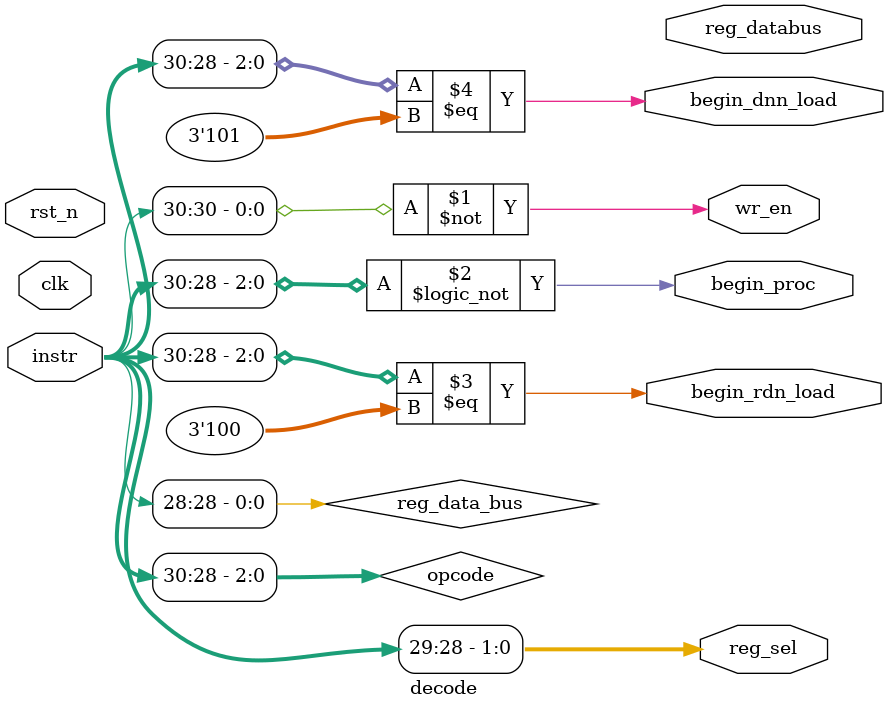
<source format=sv>
module decode
  (
    /*
     * Inputs
     */
    input clk,
    input rst_n,
    //instruction_fetch -> Decode
    input   [31:0]  instr,
    
    //ctrl_unit (registers) <- Decode
    output  [1:0]   reg_sel,
    output          wr_en,
    output  [27:0]  reg_databus,         
    //ctrl_unit (cmds) <- Decode
    output          begin_rdn_load,
    output          begin_dnn_load,
    output          begin_proc,           
  );
    
    wire [2:0] opcode;
    
    assign opcode = instr[30:28];
    
    //opcode 000, 001, 010
    assign wr_en = opcode[2]==1'b0;
    assign reg_sel = opcode[1:0];
    
    //reg_data_bus
    assign reg_data_bus = opcode[27:0];    

    assign begin_proc = opcode==3'b000;    

    //opcode 011 wasted    

    //opcode 100, 101
    assign begin_rdn_load = opcode == 3'b100;
    assign begin_dnn_load = opcode == 3'b101;
    
    
    
endmodule

</source>
